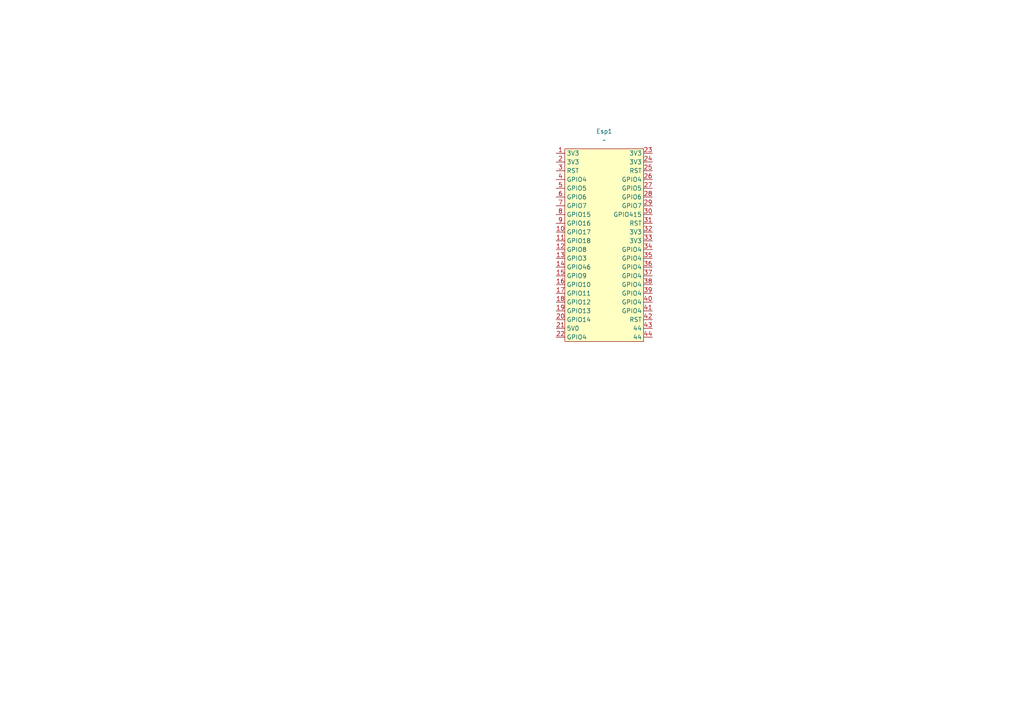
<source format=kicad_sch>
(kicad_sch (version 20250114) (generator "eeschema") (generator_version "9.0")
  (paper "A4")
  (lib_symbols
    (symbol "Esp32-S3:Esp32-S3"
      (property "Reference" "Esp32" (at 0 0 0))
      (symbol "Esp32-S3_1_1"
        (rectangle (start -53.34 -5.08) (end -30.48 -60.96) (fill (type background)))
        (pin input line (at -55.88 -6.35 0) (length 2.54) (name "3V3") (number "1"))
        (pin input line (at -55.88 -8.89 0) (length 2.54) (name "3V3") (number "2"))
        (pin input line (at -55.88 -11.43 0) (length 2.54) (name "RST") (number "3"))
        (pin input line (at -55.88 -13.97 0) (length 2.54) (name "GPIO4") (number "4"))
        (pin input line (at -55.88 -16.51 0) (length 2.54) (name "GPIO5") (number "5"))
        (pin input line (at -55.88 -19.05 0) (length 2.54) (name "GPIO6") (number "6"))
        (pin input line (at -55.88 -21.59 0) (length 2.54) (name "GPIO7") (number "7"))
        (pin input line (at -55.88 -24.13 0) (length 2.54) (name "GPIO15") (number "8"))
        (pin input line (at -55.88 -26.67 0) (length 2.54) (name "GPIO16") (number "9"))
        (pin input line (at -55.88 -29.21 0) (length 2.54) (name "GPIO17") (number "10"))
        (pin input line (at -55.88 -31.75 0) (length 2.54) (name "GPIO18") (number "11"))
        (pin input line (at -55.88 -34.29 0) (length 2.54) (name "GPIO8") (number "12"))
        (pin input line (at -55.88 -36.83 0) (length 2.54) (name "GPIO3") (number "13"))
        (pin input line (at -55.88 -39.37 0) (length 2.54) (name "GPIO46") (number "14"))
        (pin input line (at -55.88 -41.91 0) (length 2.54) (name "GPIO9") (number "15"))
        (pin input line (at -55.88 -44.45 0) (length 2.54) (name "GPIO10") (number "16"))
        (pin input line (at -55.88 -46.99 0) (length 2.54) (name "GPIO11") (number "17"))
        (pin input line (at -55.88 -49.53 0) (length 2.54) (name "GPIO12") (number "18"))
        (pin input line (at -55.88 -52.07 0) (length 2.54) (name "GPIO13") (number "19"))
        (pin input line (at -55.88 -54.61 0) (length 2.54) (name "GPIO14") (number "20"))
        (pin input line (at -55.88 -57.15 0) (length 2.54) (name "5V0") (number "21"))
        (pin input line (at -55.88 -59.69 0) (length 2.54) (name "GPIO4") (number "22"))
        (pin input line (at -27.94 -6.35 180) (length 2.54) (name "3V3") (number "23"))
        (pin input line (at -27.94 -8.89 180) (length 2.54) (name "3V3") (number "24"))
        (pin input line (at -27.94 -11.43 180) (length 2.54) (name "RST") (number "25"))
        (pin input line (at -27.94 -13.97 180) (length 2.54) (name "GPIO4") (number "26"))
        (pin input line (at -27.94 -16.51 180) (length 2.54) (name "GPIO5") (number "27"))
        (pin input line (at -27.94 -19.05 180) (length 2.54) (name "GPIO6") (number "28"))
        (pin input line (at -27.94 -21.59 180) (length 2.54) (name "GPIO7") (number "29"))
        (pin input line (at -27.94 -24.13 180) (length 2.54) (name "GPIO415") (number "30"))
        (pin input line (at -27.94 -26.67 180) (length 2.54) (name "RST") (number "31"))
        (pin input line (at -27.94 -29.21 180) (length 2.54) (name "3V3") (number "32"))
        (pin input line (at -27.94 -31.75 180) (length 2.54) (name "3V3") (number "33"))
        (pin input line (at -27.94 -34.29 180) (length 2.54) (name "GPIO4") (number "34"))
        (pin input line (at -27.94 -36.83 180) (length 2.54) (name "GPIO4") (number "35"))
        (pin input line (at -27.94 -39.37 180) (length 2.54) (name "GPIO4") (number "36"))
        (pin input line (at -27.94 -41.91 180) (length 2.54) (name "GPIO4") (number "37"))
        (pin input line (at -27.94 -44.45 180) (length 2.54) (name "GPIO4") (number "38"))
        (pin input line (at -27.94 -46.99 180) (length 2.54) (name "GPIO4") (number "39"))
        (pin input line (at -27.94 -49.53 180) (length 2.54) (name "GPIO4") (number "40"))
        (pin input line (at -27.94 -52.07 180) (length 2.54) (name "GPIO4") (number "41"))
        (pin input line (at -27.94 -54.61 180) (length 2.54) (name "RST") (number "42"))
        (pin input line (at -27.94 -57.15 180) (length 2.54) (name "44") (number "43"))
        (pin input line (at -27.94 -59.69 180) (length 2.54) (name "44") (number "44"))
      )
    )
  )
  (symbol (lib_id "Esp32-S3:Esp32-S3") (at 217.17 38.1 0) (unit 1)
    (property "Reference" "Esp1" (at 175.26 38.1 0))
    (property "Value" "~" (at 175.26 40.64 0))
    (property "Footprint" "Esp32-S3:Untitled_1" (effects (hide yes)))
  )
)
</source>
